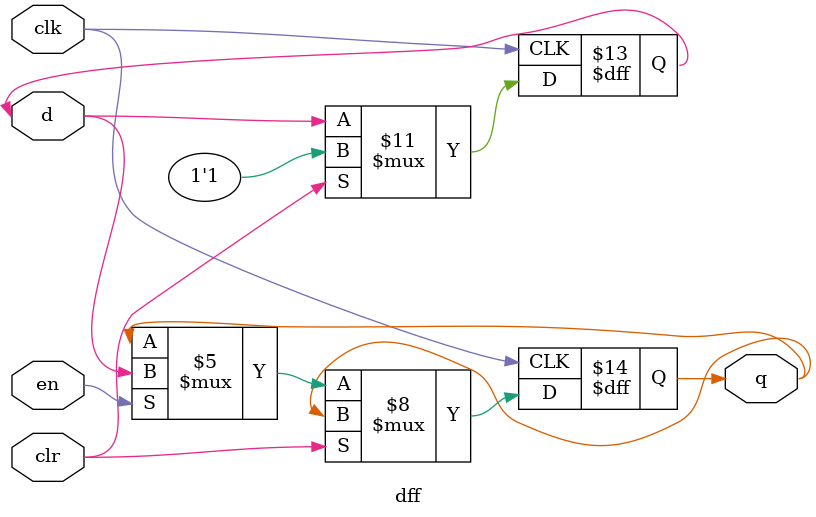
<source format=v>
module dff (
    input wire clk,
    input wire clr,
    input wire en,
    input wire d,
    output reg q
);

always @(posedge clk) begin
    if (clr == 1)
        d <= 1;
    else if (en == 1) 
        q <= d;
    else 
        q <= q;
end

endmodule
</source>
